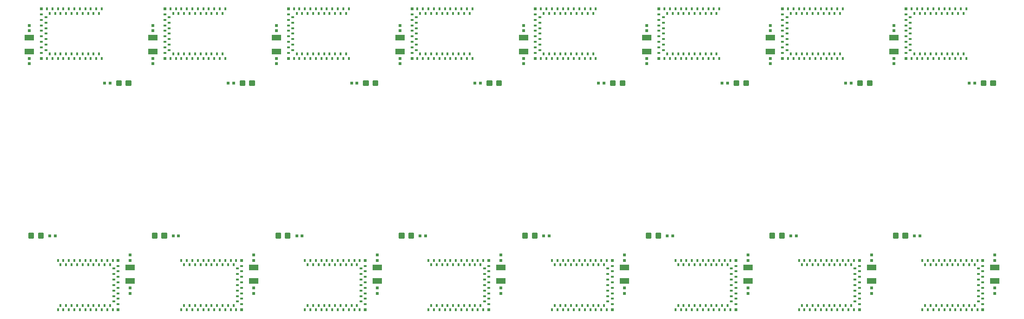
<source format=gtp>
G04 EAGLE Gerber RS-274X export*
G75*
%MOMM*%
%FSLAX34Y34*%
%LPD*%
%INSolderpaste Top*%
%IPPOS*%
%AMOC8*
5,1,8,0,0,1.08239X$1,22.5*%
G01*
%ADD10R,0.400000X0.600000*%
%ADD11R,0.600000X0.600000*%
%ADD12R,0.600000X0.400000*%
%ADD13R,1.800000X1.000000*%
%ADD14C,0.300000*%


D10*
X70000Y75000D03*
X75000Y83000D03*
X80000Y75000D03*
X85000Y83000D03*
X90000Y75000D03*
X95000Y83000D03*
X100000Y75000D03*
X105000Y83000D03*
X110000Y75000D03*
X115000Y83000D03*
X120000Y75000D03*
X125000Y83000D03*
X130000Y75000D03*
X135000Y83000D03*
X140000Y75000D03*
X145000Y83000D03*
X150000Y75000D03*
X155000Y83000D03*
X160000Y75000D03*
X165000Y83000D03*
X170000Y75000D03*
D11*
X180000Y75000D03*
D12*
X180000Y85000D03*
X172000Y90000D03*
X180000Y95000D03*
X172000Y100000D03*
X180000Y105000D03*
X172000Y110000D03*
X180000Y115000D03*
X172000Y120000D03*
X180000Y125000D03*
X172000Y130000D03*
X180000Y135000D03*
X172000Y140000D03*
X180000Y145000D03*
X172000Y150000D03*
X180000Y155000D03*
D11*
X180000Y165000D03*
D10*
X170000Y165000D03*
X165000Y157000D03*
X160000Y165000D03*
X155000Y157000D03*
X150000Y165000D03*
X145000Y157000D03*
X140000Y165000D03*
X135000Y157000D03*
X130000Y165000D03*
X125000Y157000D03*
X120000Y165000D03*
X115000Y157000D03*
X110000Y165000D03*
X105000Y157000D03*
X100000Y165000D03*
X95000Y157000D03*
X90000Y165000D03*
X85000Y157000D03*
X80000Y165000D03*
X75000Y157000D03*
X70000Y165000D03*
D13*
X202000Y152500D03*
X202000Y127500D03*
D11*
X202000Y105000D03*
X202000Y115000D03*
X202000Y175000D03*
X202000Y165000D03*
D14*
X24730Y206500D02*
X24730Y213500D01*
X24730Y206500D02*
X17730Y206500D01*
X17730Y213500D01*
X24730Y213500D01*
X24730Y209350D02*
X17730Y209350D01*
X17730Y212200D02*
X24730Y212200D01*
X42270Y213500D02*
X42270Y206500D01*
X35270Y206500D01*
X35270Y213500D01*
X42270Y213500D01*
X42270Y209350D02*
X35270Y209350D01*
X35270Y212200D02*
X42270Y212200D01*
D11*
X55000Y210000D03*
X65000Y210000D03*
D10*
X295069Y75000D03*
X300069Y83000D03*
X305069Y75000D03*
X310069Y83000D03*
X315069Y75000D03*
X320069Y83000D03*
X325069Y75000D03*
X330069Y83000D03*
X335069Y75000D03*
X340069Y83000D03*
X345069Y75000D03*
X350069Y83000D03*
X355069Y75000D03*
X360069Y83000D03*
X365069Y75000D03*
X370069Y83000D03*
X375069Y75000D03*
X380069Y83000D03*
X385069Y75000D03*
X390069Y83000D03*
X395069Y75000D03*
D11*
X405069Y75000D03*
D12*
X405069Y85000D03*
X397069Y90000D03*
X405069Y95000D03*
X397069Y100000D03*
X405069Y105000D03*
X397069Y110000D03*
X405069Y115000D03*
X397069Y120000D03*
X405069Y125000D03*
X397069Y130000D03*
X405069Y135000D03*
X397069Y140000D03*
X405069Y145000D03*
X397069Y150000D03*
X405069Y155000D03*
D11*
X405069Y165000D03*
D10*
X395069Y165000D03*
X390069Y157000D03*
X385069Y165000D03*
X380069Y157000D03*
X375069Y165000D03*
X370069Y157000D03*
X365069Y165000D03*
X360069Y157000D03*
X355069Y165000D03*
X350069Y157000D03*
X345069Y165000D03*
X340069Y157000D03*
X335069Y165000D03*
X330069Y157000D03*
X325069Y165000D03*
X320069Y157000D03*
X315069Y165000D03*
X310069Y157000D03*
X305069Y165000D03*
X300069Y157000D03*
X295069Y165000D03*
D13*
X427069Y152500D03*
X427069Y127500D03*
D11*
X427069Y105000D03*
X427069Y115000D03*
X427069Y175000D03*
X427069Y165000D03*
D14*
X249799Y206500D02*
X249799Y213500D01*
X249799Y206500D02*
X242799Y206500D01*
X242799Y213500D01*
X249799Y213500D01*
X249799Y209350D02*
X242799Y209350D01*
X242799Y212200D02*
X249799Y212200D01*
X267339Y213500D02*
X267339Y206500D01*
X260339Y206500D01*
X260339Y213500D01*
X267339Y213500D01*
X267339Y209350D02*
X260339Y209350D01*
X260339Y212200D02*
X267339Y212200D01*
D11*
X280069Y210000D03*
X290069Y210000D03*
D10*
X520164Y75000D03*
X525164Y83000D03*
X530164Y75000D03*
X535164Y83000D03*
X540164Y75000D03*
X545164Y83000D03*
X550164Y75000D03*
X555164Y83000D03*
X560164Y75000D03*
X565164Y83000D03*
X570164Y75000D03*
X575164Y83000D03*
X580164Y75000D03*
X585164Y83000D03*
X590164Y75000D03*
X595164Y83000D03*
X600164Y75000D03*
X605164Y83000D03*
X610164Y75000D03*
X615164Y83000D03*
X620164Y75000D03*
D11*
X630164Y75000D03*
D12*
X630164Y85000D03*
X622164Y90000D03*
X630164Y95000D03*
X622164Y100000D03*
X630164Y105000D03*
X622164Y110000D03*
X630164Y115000D03*
X622164Y120000D03*
X630164Y125000D03*
X622164Y130000D03*
X630164Y135000D03*
X622164Y140000D03*
X630164Y145000D03*
X622164Y150000D03*
X630164Y155000D03*
D11*
X630164Y165000D03*
D10*
X620164Y165000D03*
X615164Y157000D03*
X610164Y165000D03*
X605164Y157000D03*
X600164Y165000D03*
X595164Y157000D03*
X590164Y165000D03*
X585164Y157000D03*
X580164Y165000D03*
X575164Y157000D03*
X570164Y165000D03*
X565164Y157000D03*
X560164Y165000D03*
X555164Y157000D03*
X550164Y165000D03*
X545164Y157000D03*
X540164Y165000D03*
X535164Y157000D03*
X530164Y165000D03*
X525164Y157000D03*
X520164Y165000D03*
D13*
X652164Y152500D03*
X652164Y127500D03*
D11*
X652164Y105000D03*
X652164Y115000D03*
X652164Y175000D03*
X652164Y165000D03*
D14*
X474894Y206500D02*
X474894Y213500D01*
X474894Y206500D02*
X467894Y206500D01*
X467894Y213500D01*
X474894Y213500D01*
X474894Y209350D02*
X467894Y209350D01*
X467894Y212200D02*
X474894Y212200D01*
X492434Y213500D02*
X492434Y206500D01*
X485434Y206500D01*
X485434Y213500D01*
X492434Y213500D01*
X492434Y209350D02*
X485434Y209350D01*
X485434Y212200D02*
X492434Y212200D01*
D11*
X505164Y210000D03*
X515164Y210000D03*
D10*
X745234Y75000D03*
X750234Y83000D03*
X755234Y75000D03*
X760234Y83000D03*
X765234Y75000D03*
X770234Y83000D03*
X775234Y75000D03*
X780234Y83000D03*
X785234Y75000D03*
X790234Y83000D03*
X795234Y75000D03*
X800234Y83000D03*
X805234Y75000D03*
X810234Y83000D03*
X815234Y75000D03*
X820234Y83000D03*
X825234Y75000D03*
X830234Y83000D03*
X835234Y75000D03*
X840234Y83000D03*
X845234Y75000D03*
D11*
X855234Y75000D03*
D12*
X855234Y85000D03*
X847234Y90000D03*
X855234Y95000D03*
X847234Y100000D03*
X855234Y105000D03*
X847234Y110000D03*
X855234Y115000D03*
X847234Y120000D03*
X855234Y125000D03*
X847234Y130000D03*
X855234Y135000D03*
X847234Y140000D03*
X855234Y145000D03*
X847234Y150000D03*
X855234Y155000D03*
D11*
X855234Y165000D03*
D10*
X845234Y165000D03*
X840234Y157000D03*
X835234Y165000D03*
X830234Y157000D03*
X825234Y165000D03*
X820234Y157000D03*
X815234Y165000D03*
X810234Y157000D03*
X805234Y165000D03*
X800234Y157000D03*
X795234Y165000D03*
X790234Y157000D03*
X785234Y165000D03*
X780234Y157000D03*
X775234Y165000D03*
X770234Y157000D03*
X765234Y165000D03*
X760234Y157000D03*
X755234Y165000D03*
X750234Y157000D03*
X745234Y165000D03*
D13*
X877234Y152500D03*
X877234Y127500D03*
D11*
X877234Y105000D03*
X877234Y115000D03*
X877234Y175000D03*
X877234Y165000D03*
D14*
X699964Y206500D02*
X699964Y213500D01*
X699964Y206500D02*
X692964Y206500D01*
X692964Y213500D01*
X699964Y213500D01*
X699964Y209350D02*
X692964Y209350D01*
X692964Y212200D02*
X699964Y212200D01*
X717504Y213500D02*
X717504Y206500D01*
X710504Y206500D01*
X710504Y213500D01*
X717504Y213500D01*
X717504Y209350D02*
X710504Y209350D01*
X710504Y212200D02*
X717504Y212200D01*
D11*
X730234Y210000D03*
X740234Y210000D03*
D10*
X970328Y75000D03*
X975328Y83000D03*
X980328Y75000D03*
X985328Y83000D03*
X990328Y75000D03*
X995328Y83000D03*
X1000328Y75000D03*
X1005328Y83000D03*
X1010328Y75000D03*
X1015328Y83000D03*
X1020328Y75000D03*
X1025328Y83000D03*
X1030328Y75000D03*
X1035328Y83000D03*
X1040328Y75000D03*
X1045328Y83000D03*
X1050328Y75000D03*
X1055328Y83000D03*
X1060328Y75000D03*
X1065328Y83000D03*
X1070328Y75000D03*
D11*
X1080328Y75000D03*
D12*
X1080328Y85000D03*
X1072328Y90000D03*
X1080328Y95000D03*
X1072328Y100000D03*
X1080328Y105000D03*
X1072328Y110000D03*
X1080328Y115000D03*
X1072328Y120000D03*
X1080328Y125000D03*
X1072328Y130000D03*
X1080328Y135000D03*
X1072328Y140000D03*
X1080328Y145000D03*
X1072328Y150000D03*
X1080328Y155000D03*
D11*
X1080328Y165000D03*
D10*
X1070328Y165000D03*
X1065328Y157000D03*
X1060328Y165000D03*
X1055328Y157000D03*
X1050328Y165000D03*
X1045328Y157000D03*
X1040328Y165000D03*
X1035328Y157000D03*
X1030328Y165000D03*
X1025328Y157000D03*
X1020328Y165000D03*
X1015328Y157000D03*
X1010328Y165000D03*
X1005328Y157000D03*
X1000328Y165000D03*
X995328Y157000D03*
X990328Y165000D03*
X985328Y157000D03*
X980328Y165000D03*
X975328Y157000D03*
X970328Y165000D03*
D13*
X1102328Y152500D03*
X1102328Y127500D03*
D11*
X1102328Y105000D03*
X1102328Y115000D03*
X1102328Y175000D03*
X1102328Y165000D03*
D14*
X925058Y206500D02*
X925058Y213500D01*
X925058Y206500D02*
X918058Y206500D01*
X918058Y213500D01*
X925058Y213500D01*
X925058Y209350D02*
X918058Y209350D01*
X918058Y212200D02*
X925058Y212200D01*
X942598Y213500D02*
X942598Y206500D01*
X935598Y206500D01*
X935598Y213500D01*
X942598Y213500D01*
X942598Y209350D02*
X935598Y209350D01*
X935598Y212200D02*
X942598Y212200D01*
D11*
X955328Y210000D03*
X965328Y210000D03*
D10*
X1195398Y75000D03*
X1200398Y83000D03*
X1205398Y75000D03*
X1210398Y83000D03*
X1215398Y75000D03*
X1220398Y83000D03*
X1225398Y75000D03*
X1230398Y83000D03*
X1235398Y75000D03*
X1240398Y83000D03*
X1245398Y75000D03*
X1250398Y83000D03*
X1255398Y75000D03*
X1260398Y83000D03*
X1265398Y75000D03*
X1270398Y83000D03*
X1275398Y75000D03*
X1280398Y83000D03*
X1285398Y75000D03*
X1290398Y83000D03*
X1295398Y75000D03*
D11*
X1305398Y75000D03*
D12*
X1305398Y85000D03*
X1297398Y90000D03*
X1305398Y95000D03*
X1297398Y100000D03*
X1305398Y105000D03*
X1297398Y110000D03*
X1305398Y115000D03*
X1297398Y120000D03*
X1305398Y125000D03*
X1297398Y130000D03*
X1305398Y135000D03*
X1297398Y140000D03*
X1305398Y145000D03*
X1297398Y150000D03*
X1305398Y155000D03*
D11*
X1305398Y165000D03*
D10*
X1295398Y165000D03*
X1290398Y157000D03*
X1285398Y165000D03*
X1280398Y157000D03*
X1275398Y165000D03*
X1270398Y157000D03*
X1265398Y165000D03*
X1260398Y157000D03*
X1255398Y165000D03*
X1250398Y157000D03*
X1245398Y165000D03*
X1240398Y157000D03*
X1235398Y165000D03*
X1230398Y157000D03*
X1225398Y165000D03*
X1220398Y157000D03*
X1215398Y165000D03*
X1210398Y157000D03*
X1205398Y165000D03*
X1200398Y157000D03*
X1195398Y165000D03*
D13*
X1327398Y152500D03*
X1327398Y127500D03*
D11*
X1327398Y105000D03*
X1327398Y115000D03*
X1327398Y175000D03*
X1327398Y165000D03*
D14*
X1150128Y206500D02*
X1150128Y213500D01*
X1150128Y206500D02*
X1143128Y206500D01*
X1143128Y213500D01*
X1150128Y213500D01*
X1150128Y209350D02*
X1143128Y209350D01*
X1143128Y212200D02*
X1150128Y212200D01*
X1167668Y213500D02*
X1167668Y206500D01*
X1160668Y206500D01*
X1160668Y213500D01*
X1167668Y213500D01*
X1167668Y209350D02*
X1160668Y209350D01*
X1160668Y212200D02*
X1167668Y212200D01*
D11*
X1180398Y210000D03*
X1190398Y210000D03*
D10*
X1420493Y75000D03*
X1425493Y83000D03*
X1430493Y75000D03*
X1435493Y83000D03*
X1440493Y75000D03*
X1445493Y83000D03*
X1450493Y75000D03*
X1455493Y83000D03*
X1460493Y75000D03*
X1465493Y83000D03*
X1470493Y75000D03*
X1475493Y83000D03*
X1480493Y75000D03*
X1485493Y83000D03*
X1490493Y75000D03*
X1495493Y83000D03*
X1500493Y75000D03*
X1505493Y83000D03*
X1510493Y75000D03*
X1515493Y83000D03*
X1520493Y75000D03*
D11*
X1530493Y75000D03*
D12*
X1530493Y85000D03*
X1522493Y90000D03*
X1530493Y95000D03*
X1522493Y100000D03*
X1530493Y105000D03*
X1522493Y110000D03*
X1530493Y115000D03*
X1522493Y120000D03*
X1530493Y125000D03*
X1522493Y130000D03*
X1530493Y135000D03*
X1522493Y140000D03*
X1530493Y145000D03*
X1522493Y150000D03*
X1530493Y155000D03*
D11*
X1530493Y165000D03*
D10*
X1520493Y165000D03*
X1515493Y157000D03*
X1510493Y165000D03*
X1505493Y157000D03*
X1500493Y165000D03*
X1495493Y157000D03*
X1490493Y165000D03*
X1485493Y157000D03*
X1480493Y165000D03*
X1475493Y157000D03*
X1470493Y165000D03*
X1465493Y157000D03*
X1460493Y165000D03*
X1455493Y157000D03*
X1450493Y165000D03*
X1445493Y157000D03*
X1440493Y165000D03*
X1435493Y157000D03*
X1430493Y165000D03*
X1425493Y157000D03*
X1420493Y165000D03*
D13*
X1552493Y152500D03*
X1552493Y127500D03*
D11*
X1552493Y105000D03*
X1552493Y115000D03*
X1552493Y175000D03*
X1552493Y165000D03*
D14*
X1375223Y206500D02*
X1375223Y213500D01*
X1375223Y206500D02*
X1368223Y206500D01*
X1368223Y213500D01*
X1375223Y213500D01*
X1375223Y209350D02*
X1368223Y209350D01*
X1368223Y212200D02*
X1375223Y212200D01*
X1392763Y213500D02*
X1392763Y206500D01*
X1385763Y206500D01*
X1385763Y213500D01*
X1392763Y213500D01*
X1392763Y209350D02*
X1385763Y209350D01*
X1385763Y212200D02*
X1392763Y212200D01*
D11*
X1405493Y210000D03*
X1415493Y210000D03*
D10*
X1645562Y75000D03*
X1650562Y83000D03*
X1655562Y75000D03*
X1660562Y83000D03*
X1665562Y75000D03*
X1670562Y83000D03*
X1675562Y75000D03*
X1680562Y83000D03*
X1685562Y75000D03*
X1690562Y83000D03*
X1695562Y75000D03*
X1700562Y83000D03*
X1705562Y75000D03*
X1710562Y83000D03*
X1715562Y75000D03*
X1720562Y83000D03*
X1725562Y75000D03*
X1730562Y83000D03*
X1735562Y75000D03*
X1740562Y83000D03*
X1745562Y75000D03*
D11*
X1755562Y75000D03*
D12*
X1755562Y85000D03*
X1747562Y90000D03*
X1755562Y95000D03*
X1747562Y100000D03*
X1755562Y105000D03*
X1747562Y110000D03*
X1755562Y115000D03*
X1747562Y120000D03*
X1755562Y125000D03*
X1747562Y130000D03*
X1755562Y135000D03*
X1747562Y140000D03*
X1755562Y145000D03*
X1747562Y150000D03*
X1755562Y155000D03*
D11*
X1755562Y165000D03*
D10*
X1745562Y165000D03*
X1740562Y157000D03*
X1735562Y165000D03*
X1730562Y157000D03*
X1725562Y165000D03*
X1720562Y157000D03*
X1715562Y165000D03*
X1710562Y157000D03*
X1705562Y165000D03*
X1700562Y157000D03*
X1695562Y165000D03*
X1690562Y157000D03*
X1685562Y165000D03*
X1680562Y157000D03*
X1675562Y165000D03*
X1670562Y157000D03*
X1665562Y165000D03*
X1660562Y157000D03*
X1655562Y165000D03*
X1650562Y157000D03*
X1645562Y165000D03*
D13*
X1777562Y152500D03*
X1777562Y127500D03*
D11*
X1777562Y105000D03*
X1777562Y115000D03*
X1777562Y175000D03*
X1777562Y165000D03*
D14*
X1600292Y206500D02*
X1600292Y213500D01*
X1600292Y206500D02*
X1593292Y206500D01*
X1593292Y213500D01*
X1600292Y213500D01*
X1600292Y209350D02*
X1593292Y209350D01*
X1593292Y212200D02*
X1600292Y212200D01*
X1617832Y213500D02*
X1617832Y206500D01*
X1610832Y206500D01*
X1610832Y213500D01*
X1617832Y213500D01*
X1617832Y209350D02*
X1610832Y209350D01*
X1610832Y212200D02*
X1617832Y212200D01*
D11*
X1630562Y210000D03*
X1640562Y210000D03*
D10*
X149989Y623500D03*
X144989Y615500D03*
X139989Y623500D03*
X134989Y615500D03*
X129989Y623500D03*
X124989Y615500D03*
X119989Y623500D03*
X114989Y615500D03*
X109989Y623500D03*
X104989Y615500D03*
X99989Y623500D03*
X94989Y615500D03*
X89989Y623500D03*
X84989Y615500D03*
X79989Y623500D03*
X74989Y615500D03*
X69989Y623500D03*
X64989Y615500D03*
X59989Y623500D03*
X54989Y615500D03*
X49989Y623500D03*
D11*
X39989Y623500D03*
D12*
X39989Y613500D03*
X47989Y608500D03*
X39989Y603500D03*
X47989Y598500D03*
X39989Y593500D03*
X47989Y588500D03*
X39989Y583500D03*
X47989Y578500D03*
X39989Y573500D03*
X47989Y568500D03*
X39989Y563500D03*
X47989Y558500D03*
X39989Y553500D03*
X47989Y548500D03*
X39989Y543500D03*
D11*
X39989Y533500D03*
D10*
X49989Y533500D03*
X54989Y541500D03*
X59989Y533500D03*
X64989Y541500D03*
X69989Y533500D03*
X74989Y541500D03*
X79989Y533500D03*
X84989Y541500D03*
X89989Y533500D03*
X94989Y541500D03*
X99989Y533500D03*
X104989Y541500D03*
X109989Y533500D03*
X114989Y541500D03*
X119989Y533500D03*
X124989Y541500D03*
X129989Y533500D03*
X134989Y541500D03*
X139989Y533500D03*
X144989Y541500D03*
X149989Y533500D03*
D13*
X17989Y546000D03*
X17989Y571000D03*
D11*
X17989Y593500D03*
X17989Y583500D03*
X17989Y523500D03*
X17989Y533500D03*
D14*
X195259Y492000D02*
X195259Y485000D01*
X195259Y492000D02*
X202259Y492000D01*
X202259Y485000D01*
X195259Y485000D01*
X195259Y487850D02*
X202259Y487850D01*
X202259Y490700D02*
X195259Y490700D01*
X177719Y492000D02*
X177719Y485000D01*
X177719Y492000D02*
X184719Y492000D01*
X184719Y485000D01*
X177719Y485000D01*
X177719Y487850D02*
X184719Y487850D01*
X184719Y490700D02*
X177719Y490700D01*
D11*
X164989Y488500D03*
X154989Y488500D03*
D10*
X375084Y623500D03*
X370084Y615500D03*
X365084Y623500D03*
X360084Y615500D03*
X355084Y623500D03*
X350084Y615500D03*
X345084Y623500D03*
X340084Y615500D03*
X335084Y623500D03*
X330084Y615500D03*
X325084Y623500D03*
X320084Y615500D03*
X315084Y623500D03*
X310084Y615500D03*
X305084Y623500D03*
X300084Y615500D03*
X295084Y623500D03*
X290084Y615500D03*
X285084Y623500D03*
X280084Y615500D03*
X275084Y623500D03*
D11*
X265084Y623500D03*
D12*
X265084Y613500D03*
X273084Y608500D03*
X265084Y603500D03*
X273084Y598500D03*
X265084Y593500D03*
X273084Y588500D03*
X265084Y583500D03*
X273084Y578500D03*
X265084Y573500D03*
X273084Y568500D03*
X265084Y563500D03*
X273084Y558500D03*
X265084Y553500D03*
X273084Y548500D03*
X265084Y543500D03*
D11*
X265084Y533500D03*
D10*
X275084Y533500D03*
X280084Y541500D03*
X285084Y533500D03*
X290084Y541500D03*
X295084Y533500D03*
X300084Y541500D03*
X305084Y533500D03*
X310084Y541500D03*
X315084Y533500D03*
X320084Y541500D03*
X325084Y533500D03*
X330084Y541500D03*
X335084Y533500D03*
X340084Y541500D03*
X345084Y533500D03*
X350084Y541500D03*
X355084Y533500D03*
X360084Y541500D03*
X365084Y533500D03*
X370084Y541500D03*
X375084Y533500D03*
D13*
X243084Y546000D03*
X243084Y571000D03*
D11*
X243084Y593500D03*
X243084Y583500D03*
X243084Y523500D03*
X243084Y533500D03*
D14*
X420354Y492000D02*
X420354Y485000D01*
X420354Y492000D02*
X427354Y492000D01*
X427354Y485000D01*
X420354Y485000D01*
X420354Y487850D02*
X427354Y487850D01*
X427354Y490700D02*
X420354Y490700D01*
X402814Y492000D02*
X402814Y485000D01*
X402814Y492000D02*
X409814Y492000D01*
X409814Y485000D01*
X402814Y485000D01*
X402814Y487850D02*
X409814Y487850D01*
X409814Y490700D02*
X402814Y490700D01*
D11*
X390084Y488500D03*
X380084Y488500D03*
D10*
X600154Y623500D03*
X595154Y615500D03*
X590154Y623500D03*
X585154Y615500D03*
X580154Y623500D03*
X575154Y615500D03*
X570154Y623500D03*
X565154Y615500D03*
X560154Y623500D03*
X555154Y615500D03*
X550154Y623500D03*
X545154Y615500D03*
X540154Y623500D03*
X535154Y615500D03*
X530154Y623500D03*
X525154Y615500D03*
X520154Y623500D03*
X515154Y615500D03*
X510154Y623500D03*
X505154Y615500D03*
X500154Y623500D03*
D11*
X490154Y623500D03*
D12*
X490154Y613500D03*
X498154Y608500D03*
X490154Y603500D03*
X498154Y598500D03*
X490154Y593500D03*
X498154Y588500D03*
X490154Y583500D03*
X498154Y578500D03*
X490154Y573500D03*
X498154Y568500D03*
X490154Y563500D03*
X498154Y558500D03*
X490154Y553500D03*
X498154Y548500D03*
X490154Y543500D03*
D11*
X490154Y533500D03*
D10*
X500154Y533500D03*
X505154Y541500D03*
X510154Y533500D03*
X515154Y541500D03*
X520154Y533500D03*
X525154Y541500D03*
X530154Y533500D03*
X535154Y541500D03*
X540154Y533500D03*
X545154Y541500D03*
X550154Y533500D03*
X555154Y541500D03*
X560154Y533500D03*
X565154Y541500D03*
X570154Y533500D03*
X575154Y541500D03*
X580154Y533500D03*
X585154Y541500D03*
X590154Y533500D03*
X595154Y541500D03*
X600154Y533500D03*
D13*
X468154Y546000D03*
X468154Y571000D03*
D11*
X468154Y593500D03*
X468154Y583500D03*
X468154Y523500D03*
X468154Y533500D03*
D14*
X645424Y492000D02*
X645424Y485000D01*
X645424Y492000D02*
X652424Y492000D01*
X652424Y485000D01*
X645424Y485000D01*
X645424Y487850D02*
X652424Y487850D01*
X652424Y490700D02*
X645424Y490700D01*
X627884Y492000D02*
X627884Y485000D01*
X627884Y492000D02*
X634884Y492000D01*
X634884Y485000D01*
X627884Y485000D01*
X627884Y487850D02*
X634884Y487850D01*
X634884Y490700D02*
X627884Y490700D01*
D11*
X615154Y488500D03*
X605154Y488500D03*
D10*
X825248Y623500D03*
X820248Y615500D03*
X815248Y623500D03*
X810248Y615500D03*
X805248Y623500D03*
X800248Y615500D03*
X795248Y623500D03*
X790248Y615500D03*
X785248Y623500D03*
X780248Y615500D03*
X775248Y623500D03*
X770248Y615500D03*
X765248Y623500D03*
X760248Y615500D03*
X755248Y623500D03*
X750248Y615500D03*
X745248Y623500D03*
X740248Y615500D03*
X735248Y623500D03*
X730248Y615500D03*
X725248Y623500D03*
D11*
X715248Y623500D03*
D12*
X715248Y613500D03*
X723248Y608500D03*
X715248Y603500D03*
X723248Y598500D03*
X715248Y593500D03*
X723248Y588500D03*
X715248Y583500D03*
X723248Y578500D03*
X715248Y573500D03*
X723248Y568500D03*
X715248Y563500D03*
X723248Y558500D03*
X715248Y553500D03*
X723248Y548500D03*
X715248Y543500D03*
D11*
X715248Y533500D03*
D10*
X725248Y533500D03*
X730248Y541500D03*
X735248Y533500D03*
X740248Y541500D03*
X745248Y533500D03*
X750248Y541500D03*
X755248Y533500D03*
X760248Y541500D03*
X765248Y533500D03*
X770248Y541500D03*
X775248Y533500D03*
X780248Y541500D03*
X785248Y533500D03*
X790248Y541500D03*
X795248Y533500D03*
X800248Y541500D03*
X805248Y533500D03*
X810248Y541500D03*
X815248Y533500D03*
X820248Y541500D03*
X825248Y533500D03*
D13*
X693248Y546000D03*
X693248Y571000D03*
D11*
X693248Y593500D03*
X693248Y583500D03*
X693248Y523500D03*
X693248Y533500D03*
D14*
X870518Y492000D02*
X870518Y485000D01*
X870518Y492000D02*
X877518Y492000D01*
X877518Y485000D01*
X870518Y485000D01*
X870518Y487850D02*
X877518Y487850D01*
X877518Y490700D02*
X870518Y490700D01*
X852978Y492000D02*
X852978Y485000D01*
X852978Y492000D02*
X859978Y492000D01*
X859978Y485000D01*
X852978Y485000D01*
X852978Y487850D02*
X859978Y487850D01*
X859978Y490700D02*
X852978Y490700D01*
D11*
X840248Y488500D03*
X830248Y488500D03*
D10*
X1050318Y623500D03*
X1045318Y615500D03*
X1040318Y623500D03*
X1035318Y615500D03*
X1030318Y623500D03*
X1025318Y615500D03*
X1020318Y623500D03*
X1015318Y615500D03*
X1010318Y623500D03*
X1005318Y615500D03*
X1000318Y623500D03*
X995318Y615500D03*
X990318Y623500D03*
X985318Y615500D03*
X980318Y623500D03*
X975318Y615500D03*
X970318Y623500D03*
X965318Y615500D03*
X960318Y623500D03*
X955318Y615500D03*
X950318Y623500D03*
D11*
X940318Y623500D03*
D12*
X940318Y613500D03*
X948318Y608500D03*
X940318Y603500D03*
X948318Y598500D03*
X940318Y593500D03*
X948318Y588500D03*
X940318Y583500D03*
X948318Y578500D03*
X940318Y573500D03*
X948318Y568500D03*
X940318Y563500D03*
X948318Y558500D03*
X940318Y553500D03*
X948318Y548500D03*
X940318Y543500D03*
D11*
X940318Y533500D03*
D10*
X950318Y533500D03*
X955318Y541500D03*
X960318Y533500D03*
X965318Y541500D03*
X970318Y533500D03*
X975318Y541500D03*
X980318Y533500D03*
X985318Y541500D03*
X990318Y533500D03*
X995318Y541500D03*
X1000318Y533500D03*
X1005318Y541500D03*
X1010318Y533500D03*
X1015318Y541500D03*
X1020318Y533500D03*
X1025318Y541500D03*
X1030318Y533500D03*
X1035318Y541500D03*
X1040318Y533500D03*
X1045318Y541500D03*
X1050318Y533500D03*
D13*
X918318Y546000D03*
X918318Y571000D03*
D11*
X918318Y593500D03*
X918318Y583500D03*
X918318Y523500D03*
X918318Y533500D03*
D14*
X1095588Y492000D02*
X1095588Y485000D01*
X1095588Y492000D02*
X1102588Y492000D01*
X1102588Y485000D01*
X1095588Y485000D01*
X1095588Y487850D02*
X1102588Y487850D01*
X1102588Y490700D02*
X1095588Y490700D01*
X1078048Y492000D02*
X1078048Y485000D01*
X1078048Y492000D02*
X1085048Y492000D01*
X1085048Y485000D01*
X1078048Y485000D01*
X1078048Y487850D02*
X1085048Y487850D01*
X1085048Y490700D02*
X1078048Y490700D01*
D11*
X1065318Y488500D03*
X1055318Y488500D03*
D10*
X1275413Y623500D03*
X1270413Y615500D03*
X1265413Y623500D03*
X1260413Y615500D03*
X1255413Y623500D03*
X1250413Y615500D03*
X1245413Y623500D03*
X1240413Y615500D03*
X1235413Y623500D03*
X1230413Y615500D03*
X1225413Y623500D03*
X1220413Y615500D03*
X1215413Y623500D03*
X1210413Y615500D03*
X1205413Y623500D03*
X1200413Y615500D03*
X1195413Y623500D03*
X1190413Y615500D03*
X1185413Y623500D03*
X1180413Y615500D03*
X1175413Y623500D03*
D11*
X1165413Y623500D03*
D12*
X1165413Y613500D03*
X1173413Y608500D03*
X1165413Y603500D03*
X1173413Y598500D03*
X1165413Y593500D03*
X1173413Y588500D03*
X1165413Y583500D03*
X1173413Y578500D03*
X1165413Y573500D03*
X1173413Y568500D03*
X1165413Y563500D03*
X1173413Y558500D03*
X1165413Y553500D03*
X1173413Y548500D03*
X1165413Y543500D03*
D11*
X1165413Y533500D03*
D10*
X1175413Y533500D03*
X1180413Y541500D03*
X1185413Y533500D03*
X1190413Y541500D03*
X1195413Y533500D03*
X1200413Y541500D03*
X1205413Y533500D03*
X1210413Y541500D03*
X1215413Y533500D03*
X1220413Y541500D03*
X1225413Y533500D03*
X1230413Y541500D03*
X1235413Y533500D03*
X1240413Y541500D03*
X1245413Y533500D03*
X1250413Y541500D03*
X1255413Y533500D03*
X1260413Y541500D03*
X1265413Y533500D03*
X1270413Y541500D03*
X1275413Y533500D03*
D13*
X1143413Y546000D03*
X1143413Y571000D03*
D11*
X1143413Y593500D03*
X1143413Y583500D03*
X1143413Y523500D03*
X1143413Y533500D03*
D14*
X1320683Y492000D02*
X1320683Y485000D01*
X1320683Y492000D02*
X1327683Y492000D01*
X1327683Y485000D01*
X1320683Y485000D01*
X1320683Y487850D02*
X1327683Y487850D01*
X1327683Y490700D02*
X1320683Y490700D01*
X1303143Y492000D02*
X1303143Y485000D01*
X1303143Y492000D02*
X1310143Y492000D01*
X1310143Y485000D01*
X1303143Y485000D01*
X1303143Y487850D02*
X1310143Y487850D01*
X1310143Y490700D02*
X1303143Y490700D01*
D11*
X1290413Y488500D03*
X1280413Y488500D03*
D10*
X1500482Y623500D03*
X1495482Y615500D03*
X1490482Y623500D03*
X1485482Y615500D03*
X1480482Y623500D03*
X1475482Y615500D03*
X1470482Y623500D03*
X1465482Y615500D03*
X1460482Y623500D03*
X1455482Y615500D03*
X1450482Y623500D03*
X1445482Y615500D03*
X1440482Y623500D03*
X1435482Y615500D03*
X1430482Y623500D03*
X1425482Y615500D03*
X1420482Y623500D03*
X1415482Y615500D03*
X1410482Y623500D03*
X1405482Y615500D03*
X1400482Y623500D03*
D11*
X1390482Y623500D03*
D12*
X1390482Y613500D03*
X1398482Y608500D03*
X1390482Y603500D03*
X1398482Y598500D03*
X1390482Y593500D03*
X1398482Y588500D03*
X1390482Y583500D03*
X1398482Y578500D03*
X1390482Y573500D03*
X1398482Y568500D03*
X1390482Y563500D03*
X1398482Y558500D03*
X1390482Y553500D03*
X1398482Y548500D03*
X1390482Y543500D03*
D11*
X1390482Y533500D03*
D10*
X1400482Y533500D03*
X1405482Y541500D03*
X1410482Y533500D03*
X1415482Y541500D03*
X1420482Y533500D03*
X1425482Y541500D03*
X1430482Y533500D03*
X1435482Y541500D03*
X1440482Y533500D03*
X1445482Y541500D03*
X1450482Y533500D03*
X1455482Y541500D03*
X1460482Y533500D03*
X1465482Y541500D03*
X1470482Y533500D03*
X1475482Y541500D03*
X1480482Y533500D03*
X1485482Y541500D03*
X1490482Y533500D03*
X1495482Y541500D03*
X1500482Y533500D03*
D13*
X1368482Y546000D03*
X1368482Y571000D03*
D11*
X1368482Y593500D03*
X1368482Y583500D03*
X1368482Y523500D03*
X1368482Y533500D03*
D14*
X1545752Y492000D02*
X1545752Y485000D01*
X1545752Y492000D02*
X1552752Y492000D01*
X1552752Y485000D01*
X1545752Y485000D01*
X1545752Y487850D02*
X1552752Y487850D01*
X1552752Y490700D02*
X1545752Y490700D01*
X1528212Y492000D02*
X1528212Y485000D01*
X1528212Y492000D02*
X1535212Y492000D01*
X1535212Y485000D01*
X1528212Y485000D01*
X1528212Y487850D02*
X1535212Y487850D01*
X1535212Y490700D02*
X1528212Y490700D01*
D11*
X1515482Y488500D03*
X1505482Y488500D03*
D10*
X1725551Y623500D03*
X1720551Y615500D03*
X1715551Y623500D03*
X1710551Y615500D03*
X1705551Y623500D03*
X1700551Y615500D03*
X1695551Y623500D03*
X1690551Y615500D03*
X1685551Y623500D03*
X1680551Y615500D03*
X1675551Y623500D03*
X1670551Y615500D03*
X1665551Y623500D03*
X1660551Y615500D03*
X1655551Y623500D03*
X1650551Y615500D03*
X1645551Y623500D03*
X1640551Y615500D03*
X1635551Y623500D03*
X1630551Y615500D03*
X1625551Y623500D03*
D11*
X1615551Y623500D03*
D12*
X1615551Y613500D03*
X1623551Y608500D03*
X1615551Y603500D03*
X1623551Y598500D03*
X1615551Y593500D03*
X1623551Y588500D03*
X1615551Y583500D03*
X1623551Y578500D03*
X1615551Y573500D03*
X1623551Y568500D03*
X1615551Y563500D03*
X1623551Y558500D03*
X1615551Y553500D03*
X1623551Y548500D03*
X1615551Y543500D03*
D11*
X1615551Y533500D03*
D10*
X1625551Y533500D03*
X1630551Y541500D03*
X1635551Y533500D03*
X1640551Y541500D03*
X1645551Y533500D03*
X1650551Y541500D03*
X1655551Y533500D03*
X1660551Y541500D03*
X1665551Y533500D03*
X1670551Y541500D03*
X1675551Y533500D03*
X1680551Y541500D03*
X1685551Y533500D03*
X1690551Y541500D03*
X1695551Y533500D03*
X1700551Y541500D03*
X1705551Y533500D03*
X1710551Y541500D03*
X1715551Y533500D03*
X1720551Y541500D03*
X1725551Y533500D03*
D13*
X1593551Y546000D03*
X1593551Y571000D03*
D11*
X1593551Y593500D03*
X1593551Y583500D03*
X1593551Y523500D03*
X1593551Y533500D03*
D14*
X1770821Y492000D02*
X1770821Y485000D01*
X1770821Y492000D02*
X1777821Y492000D01*
X1777821Y485000D01*
X1770821Y485000D01*
X1770821Y487850D02*
X1777821Y487850D01*
X1777821Y490700D02*
X1770821Y490700D01*
X1753281Y492000D02*
X1753281Y485000D01*
X1753281Y492000D02*
X1760281Y492000D01*
X1760281Y485000D01*
X1753281Y485000D01*
X1753281Y487850D02*
X1760281Y487850D01*
X1760281Y490700D02*
X1753281Y490700D01*
D11*
X1740551Y488500D03*
X1730551Y488500D03*
M02*

</source>
